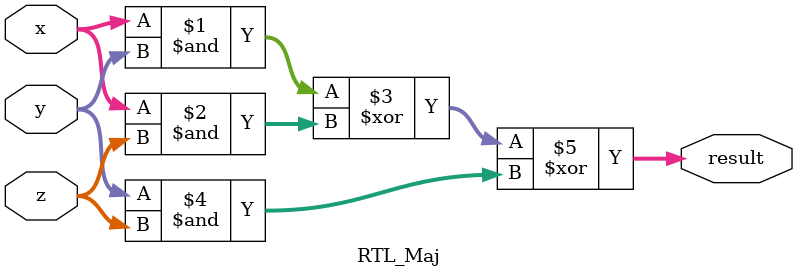
<source format=v>
`timescale 1ns / 1ps


module RTL_Maj(x,y,z,result);
input wire [31:0] x,y,z;
output wire [31:0] result;
assign result = (((x) & (y)) ^ ((x) & (z)) ^ ((y) & (z)));
//#define Maj(x, y, z) (((x) & (y)) ^ ((x) & (z)) ^ ((y) & (z)))
endmodule

</source>
